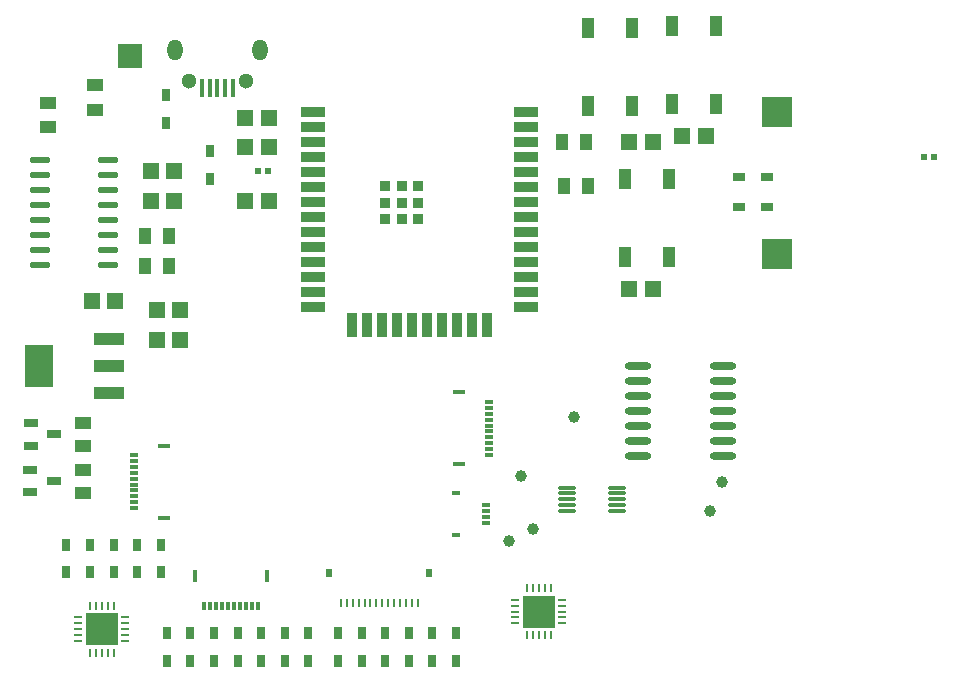
<source format=gbr>
%TF.GenerationSoftware,KiCad,Pcbnew,8.0.4*%
%TF.CreationDate,2024-09-05T22:12:39+01:00*%
%TF.ProjectId,esp32,65737033-322e-46b6-9963-61645f706362,rev?*%
%TF.SameCoordinates,Original*%
%TF.FileFunction,Soldermask,Top*%
%TF.FilePolarity,Negative*%
%FSLAX46Y46*%
G04 Gerber Fmt 4.6, Leading zero omitted, Abs format (unit mm)*
G04 Created by KiCad (PCBNEW 8.0.4) date 2024-09-05 22:12:39*
%MOMM*%
%LPD*%
G01*
G04 APERTURE LIST*
%ADD10R,0.565659X0.540005*%
%ADD11C,1.000000*%
%ADD12R,0.800000X0.280010*%
%ADD13R,0.280010X0.800000*%
%ADD14R,2.700000X2.700000*%
%ADD15R,0.750013X1.000000*%
%ADD16R,1.410008X1.350013*%
%ADD17R,1.000000X1.700000*%
%ADD18R,2.000000X2.000000*%
%ADD19R,1.000000X0.750013*%
%ADD20O,1.745009X0.559995*%
%ADD21R,0.700025X0.299975*%
%ADD22R,1.000000X0.299975*%
%ADD23R,1.250013X0.700000*%
%ADD24R,1.132537X1.377013*%
%ADD25R,2.500000X2.500000*%
%ADD26R,2.100000X0.950013*%
%ADD27R,0.950013X2.100000*%
%ADD28R,0.900000X0.900000*%
%ADD29R,0.400000X1.600000*%
%ADD30C,1.300000*%
%ADD31O,1.300000X1.800000*%
%ADD32R,1.377013X1.132537*%
%ADD33R,0.800000X0.300000*%
%ADD34R,0.800000X0.450013*%
%ADD35R,0.600000X0.800000*%
%ADD36R,0.250013X0.800000*%
%ADD37O,2.231013X0.602007*%
%ADD38O,1.620015X0.280010*%
%ADD39R,1.399543X1.000000*%
%ADD40R,2.500000X1.100000*%
%ADD41R,2.340005X3.600000*%
%ADD42R,0.299975X0.700025*%
%ADD43R,0.299975X1.000000*%
G04 APERTURE END LIST*
D10*
%TO.C,R6*%
X181634366Y-88500000D03*
X182500000Y-88500000D03*
%TD*%
D11*
%TO.C,TP38*%
X152000000Y-110500000D03*
%TD*%
D12*
%TO.C,U4*%
X114000000Y-129500000D03*
X114000000Y-128999873D03*
X114000000Y-128500000D03*
X114000000Y-127999873D03*
X114000000Y-127500000D03*
D13*
X113000000Y-126500000D03*
X112499873Y-126500000D03*
X112000000Y-126500000D03*
X111499873Y-126500000D03*
X111000000Y-126500000D03*
D12*
X110000000Y-127500000D03*
X110000000Y-127999873D03*
X110000000Y-128500000D03*
X110000000Y-128999873D03*
X110000000Y-129500000D03*
D13*
X111000000Y-130500000D03*
X111499873Y-130500000D03*
X112000000Y-130500000D03*
X112499873Y-130500000D03*
X113000000Y-130500000D03*
D14*
X112000000Y-128500000D03*
%TD*%
D15*
%TO.C,D24*%
X117000000Y-123672593D03*
X117000000Y-121327407D03*
%TD*%
%TO.C,D25*%
X125500000Y-131172593D03*
X125500000Y-128827407D03*
%TD*%
D13*
%TO.C,U1*%
X150000000Y-125000000D03*
X149499873Y-125000000D03*
X149000000Y-125000000D03*
X148499873Y-125000000D03*
X148000000Y-125000000D03*
D12*
X147000000Y-126000000D03*
X147000000Y-126500127D03*
X147000000Y-127000000D03*
X147000000Y-127500127D03*
X147000000Y-128000000D03*
D13*
X148000000Y-129000000D03*
X148499873Y-129000000D03*
X149000000Y-129000000D03*
X149499873Y-129000000D03*
X150000000Y-129000000D03*
D12*
X151000000Y-128000000D03*
X151000000Y-127500127D03*
X151000000Y-127000000D03*
X151000000Y-126500127D03*
X151000000Y-126000000D03*
D14*
X149000000Y-127000000D03*
%TD*%
D16*
%TO.C,C11*%
X124154814Y-85209652D03*
X126154814Y-85209652D03*
%TD*%
%TO.C,C1*%
X113154814Y-100709652D03*
X111154814Y-100709652D03*
%TD*%
D15*
%TO.C,D10*%
X138000000Y-131172593D03*
X138000000Y-128827407D03*
%TD*%
D11*
%TO.C,TP11*%
X146500000Y-121000000D03*
%TD*%
D15*
%TO.C,D27*%
X121500000Y-131172593D03*
X121500000Y-128827407D03*
%TD*%
D11*
%TO.C,TP7*%
X163500000Y-118500000D03*
%TD*%
D15*
%TO.C,D20*%
X127500000Y-131172593D03*
X127500000Y-128827407D03*
%TD*%
D17*
%TO.C,MODE1*%
X153154814Y-84209652D03*
X153154789Y-77609702D03*
X156855221Y-84209652D03*
X156855196Y-77609702D03*
%TD*%
D18*
%TO.C,TP17*%
X114419477Y-79949682D03*
%TD*%
D15*
%TO.C,D5*%
X111000000Y-123672593D03*
X111000000Y-121327407D03*
%TD*%
D19*
%TO.C,D21*%
X165982221Y-92709652D03*
X168327407Y-92709652D03*
%TD*%
D15*
%TO.C,D6*%
X109000000Y-123672593D03*
X109000000Y-121327407D03*
%TD*%
D16*
%TO.C,C9*%
X118654814Y-101500000D03*
X116654814Y-101500000D03*
%TD*%
D20*
%TO.C,U2*%
X112527306Y-97654661D03*
X112527306Y-96384658D03*
X112527306Y-95114656D03*
X112527306Y-93844653D03*
X112527306Y-92574651D03*
X112527306Y-91304648D03*
X112527306Y-90034646D03*
X112527306Y-88764643D03*
X106782322Y-88764643D03*
X106782322Y-90034646D03*
X106782322Y-91304648D03*
X106782322Y-92574651D03*
X106782322Y-93844653D03*
X106782322Y-95114656D03*
X106782322Y-96384658D03*
X106782322Y-97654661D03*
%TD*%
D21*
%TO.C,Analog1*%
X144750064Y-109250445D03*
X144750064Y-109750572D03*
X144750064Y-110250445D03*
X144750064Y-110750572D03*
X144750064Y-111250445D03*
X144750064Y-111750572D03*
X144750064Y-112250445D03*
X144750064Y-112750572D03*
X144750064Y-113250445D03*
X144750064Y-113750064D03*
D22*
X142249936Y-108450089D03*
X142249936Y-114549911D03*
%TD*%
D23*
%TO.C,U8*%
X105949962Y-115000000D03*
X105949962Y-116899924D03*
X107949962Y-115949962D03*
%TD*%
D24*
%TO.C,R5*%
X151000000Y-87209652D03*
X153000000Y-87209652D03*
%TD*%
D25*
%TO.C,TP5*%
X169154814Y-96709652D03*
%TD*%
D11*
%TO.C,TP37*%
X148500000Y-120000000D03*
%TD*%
D16*
%TO.C,C12*%
X118154814Y-89709652D03*
X116154814Y-89709652D03*
%TD*%
D15*
%TO.C,D2*%
X117419477Y-85622275D03*
X117419477Y-83277089D03*
%TD*%
D16*
%TO.C,C8*%
X124154814Y-87709652D03*
X126154814Y-87709652D03*
%TD*%
D21*
%TO.C,Left1*%
X114749936Y-118249555D03*
X114749936Y-117749428D03*
X114749936Y-117249555D03*
X114749936Y-116749428D03*
X114749936Y-116249555D03*
X114749936Y-115749428D03*
X114749936Y-115249555D03*
X114749936Y-114749428D03*
X114749936Y-114249555D03*
X114749936Y-113749936D03*
D22*
X117250064Y-119049911D03*
X117250064Y-112950089D03*
%TD*%
D26*
%TO.C,U12*%
X129919223Y-84709652D03*
X129919223Y-85979655D03*
X129919223Y-87249657D03*
X129919223Y-88519660D03*
X129919223Y-89789662D03*
X129919223Y-91059665D03*
X129919223Y-92329667D03*
X129919223Y-93599670D03*
X129919223Y-94869672D03*
X129919223Y-96139675D03*
X129919223Y-97409677D03*
X129919223Y-98679680D03*
X129919223Y-99949682D03*
X129919223Y-101219685D03*
D27*
X133204466Y-102714732D03*
X134474468Y-102714732D03*
X135744471Y-102714732D03*
X137014473Y-102714732D03*
X138284476Y-102714732D03*
X139554478Y-102714732D03*
X140824481Y-102714732D03*
X142094483Y-102714732D03*
X143364486Y-102714732D03*
X144634488Y-102714732D03*
D26*
X147919477Y-101219685D03*
X147919477Y-99949682D03*
X147919477Y-98679680D03*
X147919477Y-97409677D03*
X147919477Y-96139675D03*
X147919477Y-94869672D03*
X147919477Y-93599670D03*
X147919477Y-92329667D03*
X147919477Y-91059665D03*
X147919477Y-89789662D03*
X147919477Y-88519660D03*
X147919477Y-87249657D03*
X147919477Y-85979655D03*
X147919477Y-84709652D03*
D28*
X138819401Y-90990577D03*
X137419350Y-90990577D03*
X136019299Y-90990577D03*
X138819401Y-92390627D03*
X137419096Y-92390627D03*
X136019299Y-92390627D03*
X138819401Y-93790678D03*
X137419350Y-93790678D03*
X136019299Y-93790678D03*
%TD*%
D15*
%TO.C,D29*%
X117500000Y-131172593D03*
X117500000Y-128827407D03*
%TD*%
%TO.C,D11*%
X140000000Y-131172593D03*
X140000000Y-128827407D03*
%TD*%
D29*
%TO.C,USB1*%
X123094611Y-82642468D03*
X122444623Y-82642468D03*
X121794636Y-82642468D03*
X121144649Y-82642468D03*
X120494661Y-82642468D03*
D30*
X119369693Y-82119989D03*
D31*
X118169795Y-79449682D03*
X125419477Y-79449682D03*
D30*
X124219579Y-82119735D03*
%TD*%
D24*
%TO.C,R4*%
X151154814Y-91000000D03*
X153154814Y-91000000D03*
%TD*%
D17*
%TO.C,BOOT1*%
X156304623Y-97009627D03*
X156304598Y-90409677D03*
X160005030Y-97009627D03*
X160005005Y-90409677D03*
%TD*%
D16*
%TO.C,C4*%
X163154814Y-86709652D03*
X161154814Y-86709652D03*
%TD*%
D10*
%TO.C,R7*%
X126087631Y-89709652D03*
X125221997Y-89709652D03*
%TD*%
D11*
%TO.C,TP39*%
X147500000Y-115500000D03*
%TD*%
D24*
%TO.C,R1*%
X117654814Y-97709652D03*
X115654814Y-97709652D03*
%TD*%
D32*
%TO.C,R9*%
X107419477Y-83949682D03*
X107419477Y-85949682D03*
%TD*%
D33*
%TO.C,U7*%
X144495046Y-117974980D03*
X144495046Y-118474853D03*
X144495046Y-118974980D03*
X144495046Y-119474853D03*
D34*
X142000000Y-120500000D03*
X142000000Y-116950088D03*
%TD*%
D17*
%TO.C,RESET1*%
X164005005Y-77409677D03*
X164005030Y-84009627D03*
X160304598Y-77409677D03*
X160304623Y-84009627D03*
%TD*%
D32*
%TO.C,R2*%
X110449962Y-113000000D03*
X110449962Y-111000000D03*
%TD*%
D15*
%TO.C,D9*%
X136000000Y-131172593D03*
X136000000Y-128827407D03*
%TD*%
%TO.C,D3*%
X115000000Y-123672593D03*
X115000000Y-121327407D03*
%TD*%
D25*
%TO.C,TP6*%
X169154814Y-84709652D03*
%TD*%
D15*
%TO.C,D26*%
X123500000Y-131172593D03*
X123500000Y-128827407D03*
%TD*%
%TO.C,D1*%
X129500000Y-131172593D03*
X129500000Y-128827407D03*
%TD*%
D32*
%TO.C,R3*%
X110449962Y-117000000D03*
X110449962Y-115000000D03*
%TD*%
D11*
%TO.C,TP8*%
X164500000Y-116000000D03*
%TD*%
D15*
%TO.C,D8*%
X134000000Y-131172593D03*
X134000000Y-128827407D03*
%TD*%
D35*
%TO.C,Right1*%
X139750064Y-123749936D03*
X131249936Y-123749936D03*
D36*
X138750064Y-126250064D03*
X138249936Y-126250064D03*
X137750064Y-126250064D03*
X137249936Y-126250064D03*
X136750064Y-126250064D03*
X136249936Y-126250064D03*
X135750064Y-126250064D03*
X135249936Y-126250064D03*
X134750064Y-126250064D03*
X134249936Y-126250064D03*
X133750064Y-126250064D03*
X133249936Y-126250064D03*
X132750064Y-126250064D03*
X132249936Y-126250064D03*
%TD*%
D15*
%TO.C,D4*%
X113000000Y-123672593D03*
X113000000Y-121327407D03*
%TD*%
D37*
%TO.C,U5*%
X157434595Y-106189992D03*
X157434595Y-107459995D03*
X157434595Y-108729997D03*
X157434595Y-110000000D03*
X157434595Y-111270003D03*
X157434595Y-112540005D03*
X157434595Y-113810008D03*
X164565405Y-113810008D03*
X164565405Y-112540005D03*
X164565405Y-111270003D03*
X164565405Y-110000000D03*
X164565405Y-108729997D03*
X164565405Y-107459995D03*
X164565405Y-106189992D03*
%TD*%
D16*
%TO.C,C13*%
X126154814Y-92209652D03*
X124154814Y-92209652D03*
%TD*%
%TO.C,C2*%
X156654814Y-87209652D03*
X158654814Y-87209652D03*
%TD*%
%TO.C,C6*%
X118654814Y-104000000D03*
X116654814Y-104000000D03*
%TD*%
D19*
%TO.C,D22*%
X165982221Y-90209652D03*
X168327407Y-90209652D03*
%TD*%
D16*
%TO.C,C10*%
X156654814Y-99709652D03*
X158654814Y-99709652D03*
%TD*%
D38*
%TO.C,U6*%
X155609982Y-118500000D03*
X155609982Y-117999873D03*
X155609982Y-117500000D03*
X155609982Y-116999873D03*
X155609982Y-116500000D03*
X151390018Y-116500000D03*
X151390018Y-116999873D03*
X151390018Y-117500000D03*
X151390018Y-117999873D03*
X151390018Y-118500000D03*
%TD*%
D39*
%TO.C,LED1*%
X111419477Y-84550266D03*
X111419477Y-82449682D03*
%TD*%
D15*
%TO.C,D23*%
X121154814Y-90382245D03*
X121154814Y-88037059D03*
%TD*%
%TO.C,D28*%
X119500000Y-131172593D03*
X119500000Y-128827407D03*
%TD*%
D24*
%TO.C,R10*%
X117654814Y-95209652D03*
X115654814Y-95209652D03*
%TD*%
D16*
%TO.C,C5*%
X118154814Y-92209652D03*
X116154814Y-92209652D03*
%TD*%
D23*
%TO.C,U3*%
X106000000Y-111050038D03*
X106000000Y-112949962D03*
X108000000Y-112000000D03*
%TD*%
D15*
%TO.C,D7*%
X132000000Y-131172593D03*
X132000000Y-128827407D03*
%TD*%
D40*
%TO.C,U9*%
X112624766Y-108509627D03*
X112624766Y-106209652D03*
X112624766Y-103909677D03*
D41*
X106684837Y-106209652D03*
%TD*%
D42*
%TO.C,Center1*%
X125199644Y-126500128D03*
X124699517Y-126500128D03*
X124199644Y-126500128D03*
X123699517Y-126500128D03*
X123199644Y-126500128D03*
X122699517Y-126500128D03*
X122199644Y-126500128D03*
X121699517Y-126500128D03*
X121199644Y-126500128D03*
X120700025Y-126500128D03*
D43*
X126000000Y-124000000D03*
X119900178Y-124000000D03*
%TD*%
D15*
%TO.C,D12*%
X142000000Y-131172593D03*
X142000000Y-128827407D03*
%TD*%
M02*

</source>
